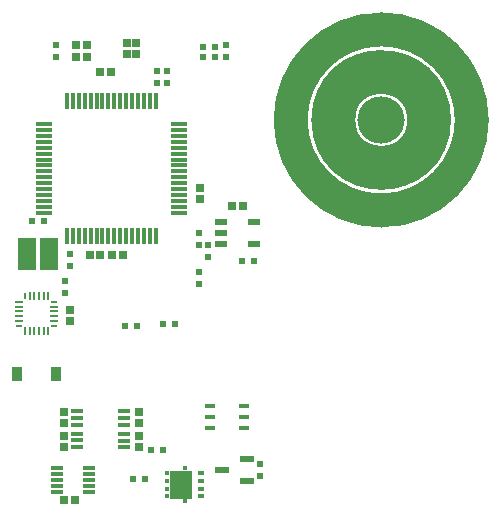
<source format=gbp>
G04*
G04 #@! TF.GenerationSoftware,Altium Limited,Altium Designer,20.0.13 (296)*
G04*
G04 Layer_Color=128*
%FSLAX25Y25*%
%MOIN*%
G70*
G01*
G75*
%ADD10R,0.02559X0.02520*%
%ADD12R,0.02362X0.01968*%
%ADD13R,0.01968X0.02362*%
%ADD23R,0.02520X0.02559*%
%ADD46C,0.11200*%
%ADD49C,0.14575*%
%ADD70R,0.03937X0.01181*%
%ADD71R,0.01968X0.01378*%
%ADD72R,0.01181X0.01575*%
%ADD73R,0.07795X0.09646*%
%ADD74R,0.01693X0.01496*%
%ADD75R,0.03937X0.01378*%
%ADD76R,0.00600X0.02200*%
%ADD77R,0.00787X0.02953*%
%ADD78R,0.02200X0.00600*%
%ADD79R,0.02953X0.00787*%
%ADD80R,0.04331X0.02362*%
%ADD82R,0.05906X0.10630*%
%ADD83R,0.04921X0.02362*%
G04:AMPARAMS|DCode=85|XSize=33.86mil|YSize=15.75mil|CornerRadius=1.97mil|HoleSize=0mil|Usage=FLASHONLY|Rotation=0.000|XOffset=0mil|YOffset=0mil|HoleType=Round|Shape=RoundedRectangle|*
%AMROUNDEDRECTD85*
21,1,0.03386,0.01181,0,0,0.0*
21,1,0.02992,0.01575,0,0,0.0*
1,1,0.00394,0.01496,-0.00591*
1,1,0.00394,-0.01496,-0.00591*
1,1,0.00394,-0.01496,0.00591*
1,1,0.00394,0.01496,0.00591*
%
%ADD85ROUNDEDRECTD85*%
%ADD86R,0.03583X0.04803*%
%ADD87R,0.01181X0.05807*%
%ADD88R,0.05807X0.01181*%
%ADD94C,0.15750*%
D10*
X541228Y416500D02*
D03*
X544772D02*
D03*
X548772Y564000D02*
D03*
X545228D02*
D03*
X548772Y568000D02*
D03*
X545228D02*
D03*
X553228Y559000D02*
D03*
X556772D02*
D03*
X553272Y498000D02*
D03*
X549728D02*
D03*
X600772Y514500D02*
D03*
X597228D02*
D03*
X557228Y498000D02*
D03*
X560772D02*
D03*
D12*
X573969Y433000D02*
D03*
X570031D02*
D03*
X567969Y423500D02*
D03*
X564032Y423500D02*
D03*
X577969Y475000D02*
D03*
X574031D02*
D03*
X561531Y474500D02*
D03*
X565469D02*
D03*
X587532Y564000D02*
D03*
X591468D02*
D03*
X591468Y567500D02*
D03*
X587532D02*
D03*
X534469Y509500D02*
D03*
X530532D02*
D03*
X604468Y496000D02*
D03*
X600531D02*
D03*
D13*
X538500Y564032D02*
D03*
Y567969D02*
D03*
X572000Y555532D02*
D03*
Y559469D02*
D03*
X575500Y555532D02*
D03*
Y559469D02*
D03*
X541500Y489468D02*
D03*
Y485532D02*
D03*
X589000Y501469D02*
D03*
Y497532D02*
D03*
X586000Y488531D02*
D03*
Y492469D02*
D03*
X543000Y498468D02*
D03*
Y494531D02*
D03*
X606500Y424532D02*
D03*
Y428469D02*
D03*
X586000Y501532D02*
D03*
Y505469D02*
D03*
X595000Y567937D02*
D03*
Y564000D02*
D03*
D23*
X566000Y445772D02*
D03*
Y442228D02*
D03*
Y437772D02*
D03*
Y434228D02*
D03*
X541000Y442228D02*
D03*
Y445772D02*
D03*
X541000Y437772D02*
D03*
X541000Y434228D02*
D03*
X562000Y565228D02*
D03*
Y568772D02*
D03*
X565000Y565228D02*
D03*
Y568772D02*
D03*
X586500Y520272D02*
D03*
Y516728D02*
D03*
X543000Y476228D02*
D03*
Y479772D02*
D03*
D46*
X677059Y543108D02*
G03*
X677059Y543108I-30200J0D01*
G01*
D49*
X662809D02*
G03*
X662809Y543108I-15950J0D01*
G01*
D70*
X549315Y419063D02*
D03*
Y421032D02*
D03*
Y423000D02*
D03*
Y424968D02*
D03*
Y426937D02*
D03*
X538685D02*
D03*
Y424968D02*
D03*
Y423000D02*
D03*
Y421032D02*
D03*
Y419063D02*
D03*
D71*
X586929Y425339D02*
D03*
Y422780D02*
D03*
Y420221D02*
D03*
Y417661D02*
D03*
D72*
X575512D02*
D03*
Y420221D02*
D03*
Y422780D02*
D03*
Y425339D02*
D03*
D73*
X580000Y421500D02*
D03*
D74*
X581417Y427071D02*
D03*
Y415929D02*
D03*
D75*
X561248Y446028D02*
D03*
Y443665D02*
D03*
Y441500D02*
D03*
Y438547D02*
D03*
Y436185D02*
D03*
Y434020D02*
D03*
X545500Y446028D02*
D03*
Y443862D02*
D03*
Y441500D02*
D03*
Y438547D02*
D03*
Y436382D02*
D03*
Y434020D02*
D03*
D76*
X528063Y484406D02*
D03*
D77*
X529638D02*
D03*
X531213D02*
D03*
X532787D02*
D03*
X534362D02*
D03*
X535937D02*
D03*
Y472594D02*
D03*
X534362D02*
D03*
X532787D02*
D03*
X531213D02*
D03*
X529638D02*
D03*
X528063D02*
D03*
D78*
X537906Y482437D02*
D03*
Y474563D02*
D03*
X526094D02*
D03*
D79*
X537906Y480862D02*
D03*
Y479287D02*
D03*
Y477713D02*
D03*
Y476138D02*
D03*
X526094D02*
D03*
Y477713D02*
D03*
Y479287D02*
D03*
Y480862D02*
D03*
Y482437D02*
D03*
D80*
X593488Y505500D02*
D03*
Y501760D02*
D03*
Y509240D02*
D03*
X604512D02*
D03*
Y501760D02*
D03*
D82*
X536240Y498500D02*
D03*
X528760D02*
D03*
D83*
X593866Y426500D02*
D03*
X602134Y422760D02*
D03*
Y430240D02*
D03*
D85*
X601150Y440260D02*
D03*
Y444000D02*
D03*
Y447740D02*
D03*
X589850D02*
D03*
Y444000D02*
D03*
Y440260D02*
D03*
D86*
X525563Y458500D02*
D03*
X538437D02*
D03*
D87*
X571673Y549543D02*
D03*
X569705D02*
D03*
X567736D02*
D03*
X565768D02*
D03*
X563799D02*
D03*
X561831D02*
D03*
X559862D02*
D03*
X557894D02*
D03*
X555925D02*
D03*
X553957D02*
D03*
X551988D02*
D03*
X550020D02*
D03*
X548051D02*
D03*
X546083D02*
D03*
X544114D02*
D03*
X542146D02*
D03*
Y504362D02*
D03*
X544114D02*
D03*
X546083D02*
D03*
X548051D02*
D03*
X550020D02*
D03*
X551988D02*
D03*
X553957D02*
D03*
X555925D02*
D03*
X557894D02*
D03*
X559862D02*
D03*
X561831D02*
D03*
X563799D02*
D03*
X565768D02*
D03*
X567736D02*
D03*
X569705D02*
D03*
X571673D02*
D03*
D88*
X534319Y541716D02*
D03*
Y539748D02*
D03*
Y537780D02*
D03*
Y535811D02*
D03*
Y533843D02*
D03*
Y531874D02*
D03*
Y529906D02*
D03*
Y527937D02*
D03*
Y525969D02*
D03*
Y524000D02*
D03*
Y522031D02*
D03*
Y520063D02*
D03*
Y518094D02*
D03*
Y516126D02*
D03*
Y514157D02*
D03*
Y512189D02*
D03*
X579500D02*
D03*
Y514157D02*
D03*
Y516126D02*
D03*
Y518094D02*
D03*
Y520063D02*
D03*
Y522031D02*
D03*
Y524000D02*
D03*
Y525969D02*
D03*
Y527937D02*
D03*
Y529906D02*
D03*
Y531874D02*
D03*
Y533843D02*
D03*
Y535811D02*
D03*
Y537780D02*
D03*
Y539748D02*
D03*
Y541716D02*
D03*
D94*
X646859Y543108D02*
D03*
M02*

</source>
